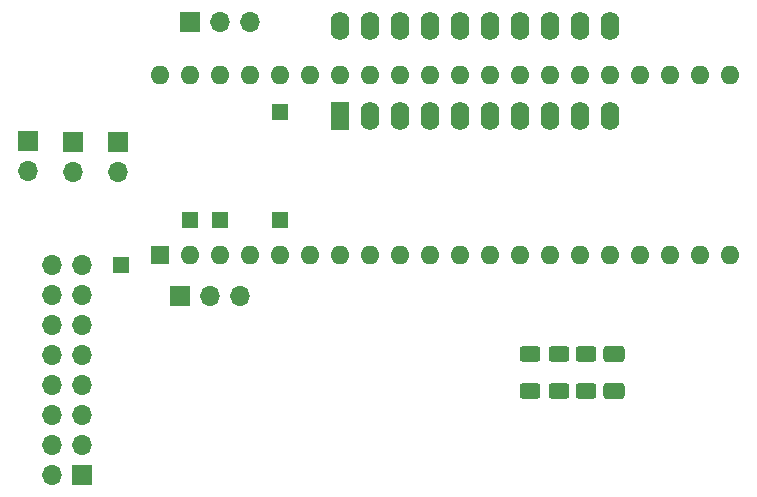
<source format=gbr>
%TF.GenerationSoftware,KiCad,Pcbnew,7.0.9-7.0.9~ubuntu20.04.1*%
%TF.CreationDate,2023-12-30T20:23:19+01:00*%
%TF.ProjectId,6303_PLCC,36333033-5f50-44c4-9343-2e6b69636164,rev?*%
%TF.SameCoordinates,Original*%
%TF.FileFunction,Soldermask,Bot*%
%TF.FilePolarity,Negative*%
%FSLAX46Y46*%
G04 Gerber Fmt 4.6, Leading zero omitted, Abs format (unit mm)*
G04 Created by KiCad (PCBNEW 7.0.9-7.0.9~ubuntu20.04.1) date 2023-12-30 20:23:19*
%MOMM*%
%LPD*%
G01*
G04 APERTURE LIST*
G04 Aperture macros list*
%AMRoundRect*
0 Rectangle with rounded corners*
0 $1 Rounding radius*
0 $2 $3 $4 $5 $6 $7 $8 $9 X,Y pos of 4 corners*
0 Add a 4 corners polygon primitive as box body*
4,1,4,$2,$3,$4,$5,$6,$7,$8,$9,$2,$3,0*
0 Add four circle primitives for the rounded corners*
1,1,$1+$1,$2,$3*
1,1,$1+$1,$4,$5*
1,1,$1+$1,$6,$7*
1,1,$1+$1,$8,$9*
0 Add four rect primitives between the rounded corners*
20,1,$1+$1,$2,$3,$4,$5,0*
20,1,$1+$1,$4,$5,$6,$7,0*
20,1,$1+$1,$6,$7,$8,$9,0*
20,1,$1+$1,$8,$9,$2,$3,0*%
G04 Aperture macros list end*
%ADD10R,1.700000X1.700000*%
%ADD11O,1.700000X1.700000*%
%ADD12R,1.350000X1.350000*%
%ADD13R,1.600000X1.600000*%
%ADD14O,1.600000X1.600000*%
%ADD15R,1.600000X2.400000*%
%ADD16O,1.600000X2.400000*%
%ADD17RoundRect,0.250000X-0.650000X0.412500X-0.650000X-0.412500X0.650000X-0.412500X0.650000X0.412500X0*%
%ADD18RoundRect,0.250000X-0.625000X0.400000X-0.625000X-0.400000X0.625000X-0.400000X0.625000X0.400000X0*%
G04 APERTURE END LIST*
D10*
%TO.C,J1*%
X167132000Y-71374000D03*
D11*
X164592000Y-71374000D03*
X167132000Y-68834000D03*
X164592000Y-68834000D03*
X167132000Y-66294000D03*
X164592000Y-66294000D03*
X167132000Y-63754000D03*
X164592000Y-63754000D03*
X167132000Y-61214000D03*
X164592000Y-61214000D03*
X167132000Y-58674000D03*
X164592000Y-58674000D03*
X167132000Y-56134000D03*
X164592000Y-56134000D03*
X167132000Y-53594000D03*
X164592000Y-53594000D03*
%TD*%
D10*
%TO.C,JP3*%
X170180000Y-43154000D03*
D11*
X170180000Y-45694000D03*
%TD*%
D10*
%TO.C,JP1*%
X162600000Y-43125000D03*
D11*
X162600000Y-45665000D03*
%TD*%
D10*
%TO.C,JP5*%
X175463200Y-56184800D03*
D11*
X178003200Y-56184800D03*
X180543200Y-56184800D03*
%TD*%
D12*
%TO.C,J4*%
X183896000Y-40640000D03*
%TD*%
D13*
%TO.C,U3*%
X173736000Y-52730400D03*
D14*
X176276000Y-52730400D03*
X178816000Y-52730400D03*
X181356000Y-52730400D03*
X183896000Y-52730400D03*
X186436000Y-52730400D03*
X188976000Y-52730400D03*
X191516000Y-52730400D03*
X194056000Y-52730400D03*
X196596000Y-52730400D03*
X199136000Y-52730400D03*
X201676000Y-52730400D03*
X204216000Y-52730400D03*
X206756000Y-52730400D03*
X209296000Y-52730400D03*
X211836000Y-52730400D03*
X214376000Y-52730400D03*
X216916000Y-52730400D03*
X219456000Y-52730400D03*
X221996000Y-52730400D03*
X221996000Y-37490400D03*
X219456000Y-37490400D03*
X216916000Y-37490400D03*
X214376000Y-37490400D03*
X211836000Y-37490400D03*
X209296000Y-37490400D03*
X206756000Y-37490400D03*
X204216000Y-37490400D03*
X201676000Y-37490400D03*
X199136000Y-37490400D03*
X196596000Y-37490400D03*
X194056000Y-37490400D03*
X191516000Y-37490400D03*
X188976000Y-37490400D03*
X186436000Y-37490400D03*
X183896000Y-37490400D03*
X181356000Y-37490400D03*
X178816000Y-37490400D03*
X176276000Y-37490400D03*
X173736000Y-37490400D03*
%TD*%
D10*
%TO.C,JP2*%
X166400000Y-43139000D03*
D11*
X166400000Y-45679000D03*
%TD*%
D12*
%TO.C,J2*%
X170434000Y-53594000D03*
%TD*%
%TO.C,J5*%
X176276000Y-49784000D03*
%TD*%
%TO.C,J6*%
X183896000Y-49784000D03*
%TD*%
D10*
%TO.C,JP6*%
X176276000Y-33020000D03*
D11*
X178816000Y-33020000D03*
X181356000Y-33020000D03*
%TD*%
D15*
%TO.C,U2*%
X188976000Y-41000000D03*
D16*
X191516000Y-41000000D03*
X194056000Y-41000000D03*
X196596000Y-41000000D03*
X199136000Y-41000000D03*
X201676000Y-41000000D03*
X204216000Y-41000000D03*
X206756000Y-41000000D03*
X209296000Y-41000000D03*
X211836000Y-41000000D03*
X211836000Y-33380000D03*
X209296000Y-33380000D03*
X206756000Y-33380000D03*
X204216000Y-33380000D03*
X201676000Y-33380000D03*
X199136000Y-33380000D03*
X196596000Y-33380000D03*
X194056000Y-33380000D03*
X191516000Y-33380000D03*
X188976000Y-33380000D03*
%TD*%
D12*
%TO.C,J3*%
X178816000Y-49784000D03*
%TD*%
D17*
%TO.C,C1*%
X212242400Y-61124700D03*
X212242400Y-64249700D03*
%TD*%
D18*
%TO.C,R3*%
X209854800Y-61111200D03*
X209854800Y-64211200D03*
%TD*%
%TO.C,R1*%
X205130400Y-61112000D03*
X205130400Y-64212000D03*
%TD*%
%TO.C,R2*%
X207518000Y-61111200D03*
X207518000Y-64211200D03*
%TD*%
M02*

</source>
